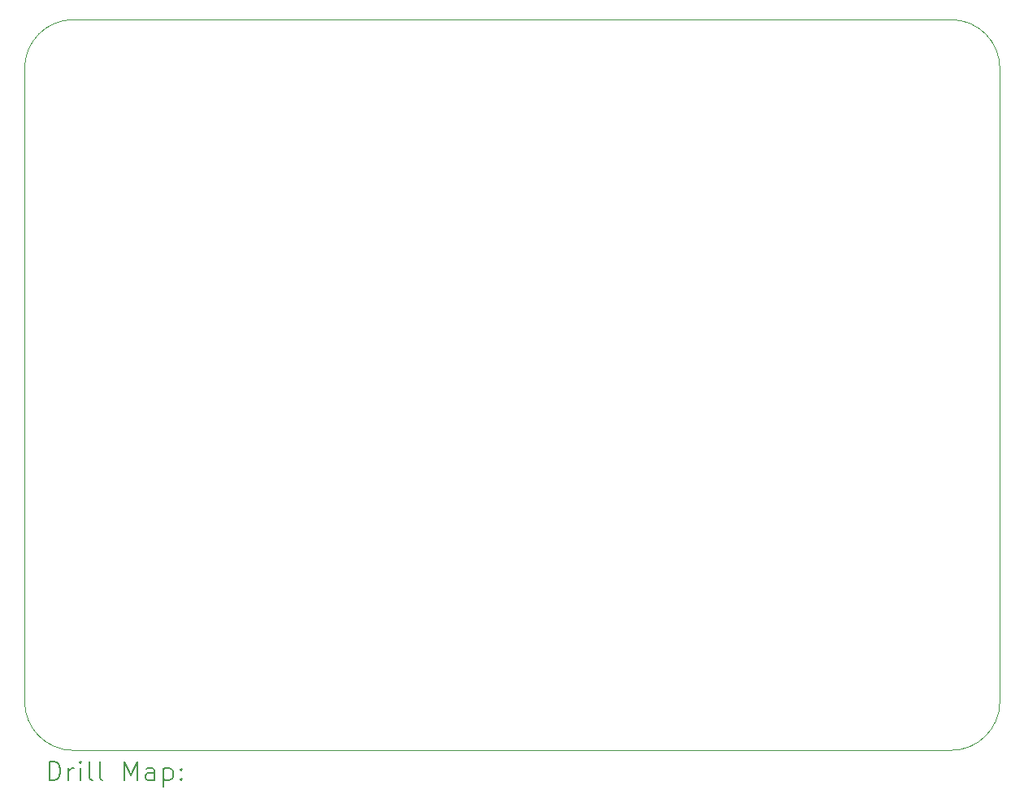
<source format=gbr>
%TF.GenerationSoftware,KiCad,Pcbnew,8.0.1*%
%TF.CreationDate,2024-05-27T02:36:50-05:00*%
%TF.ProjectId,Minimal-6502,53656172-6c65-4363-9530-322e6b696361,rev?*%
%TF.SameCoordinates,Original*%
%TF.FileFunction,Drillmap*%
%TF.FilePolarity,Positive*%
%FSLAX45Y45*%
G04 Gerber Fmt 4.5, Leading zero omitted, Abs format (unit mm)*
G04 Created by KiCad (PCBNEW 8.0.1) date 2024-05-27 02:36:50*
%MOMM*%
%LPD*%
G01*
G04 APERTURE LIST*
%ADD10C,0.050000*%
%ADD11C,0.200000*%
G04 APERTURE END LIST*
D10*
X22352000Y-5080000D02*
G75*
G02*
X22860000Y-5588000I0J-508000D01*
G01*
X22860000Y-12192000D02*
G75*
G02*
X22352000Y-12700000I-508000J0D01*
G01*
X13208000Y-12700000D02*
G75*
G02*
X12700000Y-12192000I0J508000D01*
G01*
X12700000Y-5588000D02*
G75*
G02*
X13208000Y-5080000I508000J0D01*
G01*
X12700000Y-5588000D02*
X12700000Y-12192000D01*
X22352000Y-5080000D02*
X13208000Y-5080000D01*
X22860000Y-12192000D02*
X22860000Y-5588000D01*
X13208000Y-12700000D02*
X22352000Y-12700000D01*
D11*
X12958277Y-13013984D02*
X12958277Y-12813984D01*
X12958277Y-12813984D02*
X13005896Y-12813984D01*
X13005896Y-12813984D02*
X13034467Y-12823508D01*
X13034467Y-12823508D02*
X13053515Y-12842555D01*
X13053515Y-12842555D02*
X13063039Y-12861603D01*
X13063039Y-12861603D02*
X13072562Y-12899698D01*
X13072562Y-12899698D02*
X13072562Y-12928269D01*
X13072562Y-12928269D02*
X13063039Y-12966365D01*
X13063039Y-12966365D02*
X13053515Y-12985412D01*
X13053515Y-12985412D02*
X13034467Y-13004460D01*
X13034467Y-13004460D02*
X13005896Y-13013984D01*
X13005896Y-13013984D02*
X12958277Y-13013984D01*
X13158277Y-13013984D02*
X13158277Y-12880650D01*
X13158277Y-12918746D02*
X13167801Y-12899698D01*
X13167801Y-12899698D02*
X13177324Y-12890174D01*
X13177324Y-12890174D02*
X13196372Y-12880650D01*
X13196372Y-12880650D02*
X13215420Y-12880650D01*
X13282086Y-13013984D02*
X13282086Y-12880650D01*
X13282086Y-12813984D02*
X13272562Y-12823508D01*
X13272562Y-12823508D02*
X13282086Y-12833031D01*
X13282086Y-12833031D02*
X13291610Y-12823508D01*
X13291610Y-12823508D02*
X13282086Y-12813984D01*
X13282086Y-12813984D02*
X13282086Y-12833031D01*
X13405896Y-13013984D02*
X13386848Y-13004460D01*
X13386848Y-13004460D02*
X13377324Y-12985412D01*
X13377324Y-12985412D02*
X13377324Y-12813984D01*
X13510658Y-13013984D02*
X13491610Y-13004460D01*
X13491610Y-13004460D02*
X13482086Y-12985412D01*
X13482086Y-12985412D02*
X13482086Y-12813984D01*
X13739229Y-13013984D02*
X13739229Y-12813984D01*
X13739229Y-12813984D02*
X13805896Y-12956841D01*
X13805896Y-12956841D02*
X13872562Y-12813984D01*
X13872562Y-12813984D02*
X13872562Y-13013984D01*
X14053515Y-13013984D02*
X14053515Y-12909222D01*
X14053515Y-12909222D02*
X14043991Y-12890174D01*
X14043991Y-12890174D02*
X14024943Y-12880650D01*
X14024943Y-12880650D02*
X13986848Y-12880650D01*
X13986848Y-12880650D02*
X13967801Y-12890174D01*
X14053515Y-13004460D02*
X14034467Y-13013984D01*
X14034467Y-13013984D02*
X13986848Y-13013984D01*
X13986848Y-13013984D02*
X13967801Y-13004460D01*
X13967801Y-13004460D02*
X13958277Y-12985412D01*
X13958277Y-12985412D02*
X13958277Y-12966365D01*
X13958277Y-12966365D02*
X13967801Y-12947317D01*
X13967801Y-12947317D02*
X13986848Y-12937793D01*
X13986848Y-12937793D02*
X14034467Y-12937793D01*
X14034467Y-12937793D02*
X14053515Y-12928269D01*
X14148753Y-12880650D02*
X14148753Y-13080650D01*
X14148753Y-12890174D02*
X14167801Y-12880650D01*
X14167801Y-12880650D02*
X14205896Y-12880650D01*
X14205896Y-12880650D02*
X14224943Y-12890174D01*
X14224943Y-12890174D02*
X14234467Y-12899698D01*
X14234467Y-12899698D02*
X14243991Y-12918746D01*
X14243991Y-12918746D02*
X14243991Y-12975888D01*
X14243991Y-12975888D02*
X14234467Y-12994936D01*
X14234467Y-12994936D02*
X14224943Y-13004460D01*
X14224943Y-13004460D02*
X14205896Y-13013984D01*
X14205896Y-13013984D02*
X14167801Y-13013984D01*
X14167801Y-13013984D02*
X14148753Y-13004460D01*
X14329705Y-12994936D02*
X14339229Y-13004460D01*
X14339229Y-13004460D02*
X14329705Y-13013984D01*
X14329705Y-13013984D02*
X14320182Y-13004460D01*
X14320182Y-13004460D02*
X14329705Y-12994936D01*
X14329705Y-12994936D02*
X14329705Y-13013984D01*
X14329705Y-12890174D02*
X14339229Y-12899698D01*
X14339229Y-12899698D02*
X14329705Y-12909222D01*
X14329705Y-12909222D02*
X14320182Y-12899698D01*
X14320182Y-12899698D02*
X14329705Y-12890174D01*
X14329705Y-12890174D02*
X14329705Y-12909222D01*
M02*

</source>
